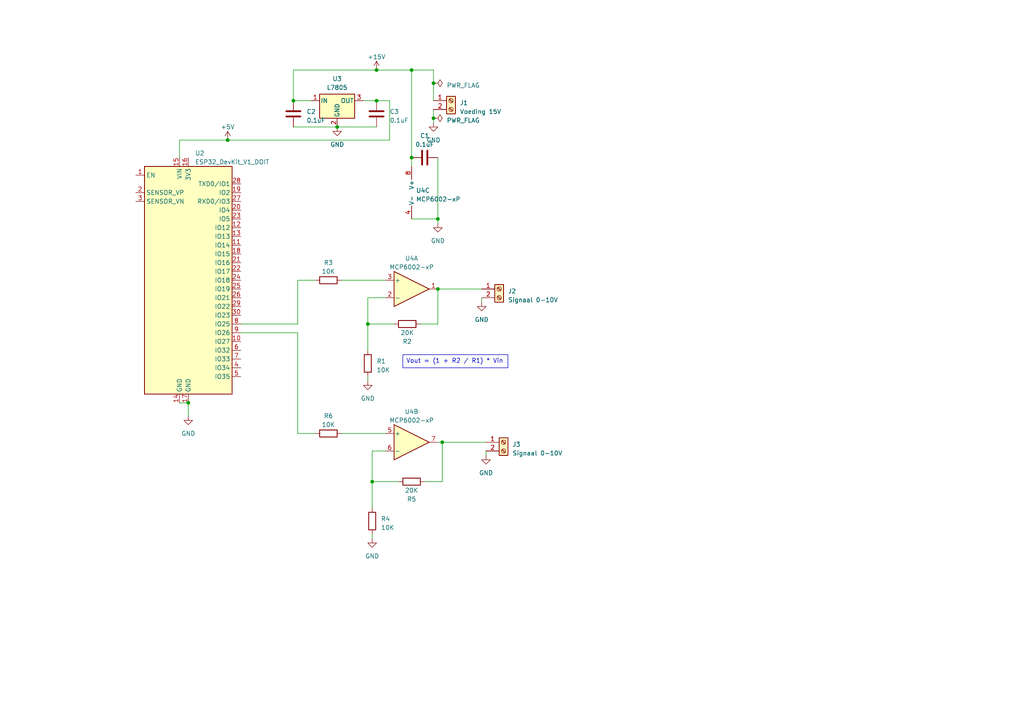
<source format=kicad_sch>
(kicad_sch (version 20230121) (generator eeschema)
  (paper "A4")
  (title_block (title "0-10 volt ESP32") (date "2023-02-24") (rev "0"))
  (lib_symbols
    (symbol "Amplifier_Operational:MCP6002-xP" (pin_names (offset 0.127))
      (property "Reference" "U" (at 0 5.08 0))
      (property "Value" "MCP6002-xP" (at 0 -5.08 0))
      (symbol "MCP6002-xP_1_1"
        (polyline (pts (xy -5.08 5.08) (xy 5.08 0) (xy -5.08 -5.08) (xy -5.08 5.08)) (stroke (width 0.254)) (fill (type background)))
        (pin output line (at 7.62 0 180) (length 2.54) (name "~") (number "1"))
        (pin input line (at -7.62 -2.54 0) (length 2.54) (name "-") (number "2"))
        (pin input line (at -7.62 2.54 0) (length 2.54) (name "+") (number "3"))
      )
      (symbol "MCP6002-xP_2_1"
        (polyline (pts (xy -5.08 5.08) (xy 5.08 0) (xy -5.08 -5.08) (xy -5.08 5.08)) (stroke (width 0.254)) (fill (type background)))
        (pin input line (at -7.62 2.54 0) (length 2.54) (name "+") (number "5"))
        (pin input line (at -7.62 -2.54 0) (length 2.54) (name "-") (number "6"))
        (pin output line (at 7.62 0 180) (length 2.54) (name "~") (number "7"))
      )
      (symbol "MCP6002-xP_3_1"
        (pin power_in line (at -2.54 -7.62 90) (length 3.81) (name "V-") (number "4"))
        (pin power_in line (at -2.54 7.62 270) (length 3.81) (name "V+") (number "8"))
      )
    )
    (symbol "Connector:Screw_Terminal_01x02" (pin_names (offset 1.016) hide)
      (property "Reference" "J" (at 0 2.54 0))
      (property "Value" "Screw_Terminal_01x02" (at 0 -5.08 0))
      (symbol "Screw_Terminal_01x02_1_1"
        (rectangle (start -1.27 1.27) (end 1.27 -3.81) (stroke (width 0.254)) (fill (type background)))
        (circle (center 0 -2.54) (radius 0.635) (stroke (width 0.1524)))
        (polyline (pts (xy -0.5334 -2.2098) (xy 0.3302 -3.048)) (stroke (width 0.1524)))
        (polyline (pts (xy -0.5334 0.3302) (xy 0.3302 -0.508)) (stroke (width 0.1524)))
        (polyline (pts (xy -0.3556 -2.032) (xy 0.508 -2.8702)) (stroke (width 0.1524)))
        (polyline (pts (xy -0.3556 0.508) (xy 0.508 -0.3302)) (stroke (width 0.1524)))
        (circle (center 0 0) (radius 0.635) (stroke (width 0.1524)))
        (pin passive line (at -5.08 0 0) (length 3.81) (name "Pin_1") (number "1"))
        (pin passive line (at -5.08 -2.54 0) (length 3.81) (name "Pin_2") (number "2"))
      )
    )
    (symbol "Device:C" (pin_numbers hide) (pin_names (offset 0.254))
      (property "Reference" "C" (at 0.635 2.54 0))
      (property "Value" "C" (at 0.635 -2.54 0))
      (symbol "C_0_1"
        (polyline (pts (xy -2.032 -0.762) (xy 2.032 -0.762)) (stroke (width 0.508)))
        (polyline (pts (xy -2.032 0.762) (xy 2.032 0.762)) (stroke (width 0.508)))
      )
      (symbol "C_1_1"
        (pin passive line (at 0 3.81 270) (length 2.794) (name "~") (number "1"))
        (pin passive line (at 0 -3.81 90) (length 2.794) (name "~") (number "2"))
      )
    )
    (symbol "Device:R" (pin_numbers hide) (pin_names (offset 0))
      (property "Reference" "R" (at 2.032 0 90))
      (property "Value" "R" (at 0 0 90))
      (symbol "R_0_1"
        (rectangle (start -1.016 -2.54) (end 1.016 2.54) (stroke (width 0.254)))
      )
      (symbol "R_1_1"
        (pin passive line (at 0 3.81 270) (length 1.27) (name "~") (number "1"))
        (pin passive line (at 0 -3.81 90) (length 1.27) (name "~") (number "2"))
      )
    )
    (symbol "ESP32_DevKit_V1_DOIT:ESP32_DevKit_V1_DOIT"
      (property "Reference" "U" (at -11.43 34.29 0))
      (property "Value" "ESP32_DevKit_V1_DOIT" (at 11.43 34.29 0))
      (symbol "ESP32_DevKit_V1_DOIT_1_1"
        (rectangle (start -12.7 33.02) (end 12.7 -33.02) (stroke (width 0.254)) (fill (type background)))
        (pin input line (at -15.24 30.48 0) (length 2.54) (name "EN") (number "1"))
        (pin bidirectional line (at 15.24 -17.78 180) (length 2.54) (name "IO27") (number "10"))
        (pin bidirectional line (at 15.24 10.16 180) (length 2.54) (name "IO14") (number "11"))
        (pin bidirectional line (at 15.24 15.24 180) (length 2.54) (name "IO12") (number "12"))
        (pin bidirectional line (at 15.24 12.7 180) (length 2.54) (name "IO13") (number "13"))
        (pin power_in line (at -2.54 -35.56 90) (length 2.54) (name "GND") (number "14"))
        (pin power_in line (at -2.54 35.56 270) (length 2.54) (name "VIN") (number "15"))
        (pin power_in line (at 0 35.56 270) (length 2.54) (name "3V3") (number "16"))
        (pin power_in line (at 0 -35.56 90) (length 2.54) (name "GND") (number "17"))
        (pin bidirectional line (at 15.24 7.62 180) (length 2.54) (name "IO15") (number "18"))
        (pin bidirectional line (at 15.24 25.4 180) (length 2.54) (name "IO2") (number "19"))
        (pin input line (at -15.24 25.4 0) (length 2.54) (name "SENSOR_VP") (number "2"))
        (pin bidirectional line (at 15.24 20.32 180) (length 2.54) (name "IO4") (number "20"))
        (pin bidirectional line (at 15.24 5.08 180) (length 2.54) (name "IO16") (number "21"))
        (pin bidirectional line (at 15.24 2.54 180) (length 2.54) (name "IO17") (number "22"))
        (pin bidirectional line (at 15.24 17.78 180) (length 2.54) (name "IO5") (number "23"))
        (pin bidirectional line (at 15.24 0 180) (length 2.54) (name "IO18") (number "24"))
        (pin bidirectional line (at 15.24 -2.54 180) (length 2.54) (name "IO19") (number "25"))
        (pin bidirectional line (at 15.24 -5.08 180) (length 2.54) (name "IO21") (number "26"))
        (pin bidirectional line (at 15.24 22.86 180) (length 2.54) (name "RXD0/IO3") (number "27"))
        (pin bidirectional line (at 15.24 27.94 180) (length 2.54) (name "TXD0/IO1") (number "28"))
        (pin bidirectional line (at 15.24 -7.62 180) (length 2.54) (name "IO22") (number "29"))
        (pin input line (at -15.24 22.86 0) (length 2.54) (name "SENSOR_VN") (number "3"))
        (pin bidirectional line (at 15.24 -10.16 180) (length 2.54) (name "IO23") (number "30"))
        (pin input line (at 15.24 -25.4 180) (length 2.54) (name "IO34") (number "4"))
        (pin input line (at 15.24 -27.94 180) (length 2.54) (name "IO35") (number "5"))
        (pin bidirectional line (at 15.24 -20.32 180) (length 2.54) (name "IO32") (number "6"))
        (pin bidirectional line (at 15.24 -22.86 180) (length 2.54) (name "IO33") (number "7"))
        (pin bidirectional line (at 15.24 -12.7 180) (length 2.54) (name "IO25") (number "8"))
        (pin bidirectional line (at 15.24 -15.24 180) (length 2.54) (name "IO26") (number "9"))
      )
    )
    (symbol "Regulator_Linear:L7805" (pin_names (offset 0.254))
      (property "Reference" "U" (at -3.81 3.175 0))
      (property "Value" "L7805" (at 0 3.175 0))
      (symbol "L7805_0_1"
        (rectangle (start -5.08 1.905) (end 5.08 -5.08) (stroke (width 0.254)) (fill (type background)))
      )
      (symbol "L7805_1_1"
        (pin power_in line (at -7.62 0 0) (length 2.54) (name "IN") (number "1"))
        (pin power_in line (at 0 -7.62 90) (length 2.54) (name "GND") (number "2"))
        (pin power_out line (at 7.62 0 180) (length 2.54) (name "OUT") (number "3"))
      )
    )
    (symbol "power:+15V" (power) (pin_names (offset 0))
      (property "Value" "+15V" (at 0 3.556 0))
      (symbol "+15V_0_1"
        (polyline (pts (xy -0.762 1.27) (xy 0 2.54)))
        (polyline (pts (xy 0 0) (xy 0 2.54)))
        (polyline (pts (xy 0 2.54) (xy 0.762 1.27)))
      )
      (symbol "+15V_1_1"
        (pin power_in line (at 0 0 90) (length 0) hide (name "+15V") (number "1"))
      )
    )
    (symbol "power:+5V" (power) (pin_names (offset 0))
      (property "Value" "+5V" (at 0 3.556 0))
      (symbol "+5V_0_1"
        (polyline (pts (xy -0.762 1.27) (xy 0 2.54)))
        (polyline (pts (xy 0 0) (xy 0 2.54)))
        (polyline (pts (xy 0 2.54) (xy 0.762 1.27)))
      )
      (symbol "+5V_1_1"
        (pin power_in line (at 0 0 90) (length 0) hide (name "+5V") (number "1"))
      )
    )
    (symbol "power:GND" (power) (pin_names (offset 0))
      (property "Value" "GND" (at 0 -3.81 0))
      (symbol "GND_0_1"
        (polyline (pts (xy 0 0) (xy 0 -1.27) (xy 1.27 -1.27) (xy 0 -2.54) (xy -1.27 -1.27) (xy 0 -1.27)))
      )
      (symbol "GND_1_1"
        (pin power_in line (at 0 0 270) (length 0) hide (name "GND") (number "1"))
      )
    )
    (symbol "power:PWR_FLAG" (power) (pin_numbers hide) (pin_names (offset 0) hide)
      (property "Value" "PWR_FLAG" (at 0 3.81 0))
      (symbol "PWR_FLAG_0_0"
        (pin power_out line (at 0 0 90) (length 0) (name "pwr") (number "1"))
      )
      (symbol "PWR_FLAG_0_1"
        (polyline (pts (xy 0 0) (xy 0 1.27) (xy -1.016 1.905) (xy 0 2.54) (xy 1.016 1.905) (xy 0 1.27)))
      )
    )
  )
  (junction (at 127 63.5))
  (junction (at 106.68 93.98))
  (junction (at 85.09 29.21))
  (junction (at 109.22 29.21))
  (junction (at 66.04 40.64))
  (junction (at 119.38 20.32))
  (junction (at 109.22 20.32))
  (junction (at 54.61 116.84))
  (junction (at 128.27 128.27))
  (junction (at 125.73 24.13))
  (junction (at 107.95 139.7))
  (junction (at 119.38 45.72))
  (junction (at 125.73 34.29))
  (junction (at 127 83.82))
  (junction (at 97.79 36.83))
  (wire (pts (xy 107.95 147.32) (xy 107.95 139.7)))
  (wire (pts (xy 140.97 130.81) (xy 140.97 132.08)))
  (wire (pts (xy 123.19 139.7) (xy 128.27 139.7)))
  (wire (pts (xy 85.09 29.21) (xy 85.09 20.32)))
  (wire (pts (xy 140.97 128.27) (xy 128.27 128.27)))
  (wire (pts (xy 111.76 130.81) (xy 107.95 130.81)))
  (wire (pts (xy 106.68 110.49) (xy 106.68 109.22)))
  (wire (pts (xy 99.06 125.73) (xy 111.76 125.73)))
  (wire (pts (xy 127 63.5) (xy 127 45.72)))
  (wire (pts (xy 106.68 101.6) (xy 106.68 93.98)))
  (wire (pts (xy 127 64.77) (xy 127 63.5)))
  (wire (pts (xy 106.68 86.36) (xy 106.68 93.98)))
  (wire (pts (xy 69.85 93.98) (xy 86.36 93.98)))
  (wire (pts (xy 86.36 96.52) (xy 86.36 125.73)))
  (wire (pts (xy 69.85 96.52) (xy 86.36 96.52)))
  (wire (pts (xy 128.27 128.27) (xy 128.27 139.7)))
  (wire (pts (xy 125.73 20.32) (xy 125.73 24.13)))
  (wire (pts (xy 119.38 45.72) (xy 119.38 48.26)))
  (wire (pts (xy 114.3 93.98) (xy 106.68 93.98)))
  (wire (pts (xy 52.07 40.64) (xy 52.07 45.72)))
  (wire (pts (xy 125.73 35.56) (xy 125.73 34.29)))
  (wire (pts (xy 127 93.98) (xy 127 83.82)))
  (wire (pts (xy 127 83.82) (xy 139.7 83.82)))
  (wire (pts (xy 125.73 34.29) (xy 125.73 31.75)))
  (wire (pts (xy 97.79 36.83) (xy 109.22 36.83)))
  (wire (pts (xy 119.38 20.32) (xy 119.38 45.72)))
  (wire (pts (xy 107.95 130.81) (xy 107.95 139.7)))
  (wire (pts (xy 119.38 63.5) (xy 127 63.5)))
  (wire (pts (xy 111.76 86.36) (xy 106.68 86.36)))
  (wire (pts (xy 127 128.27) (xy 128.27 128.27)))
  (wire (pts (xy 99.06 81.28) (xy 111.76 81.28)))
  (wire (pts (xy 119.38 20.32) (xy 125.73 20.32)))
  (wire (pts (xy 86.36 125.73) (xy 91.44 125.73)))
  (wire (pts (xy 109.22 29.21) (xy 105.41 29.21)))
  (wire (pts (xy 107.95 156.21) (xy 107.95 154.94)))
  (wire (pts (xy 86.36 93.98) (xy 86.36 81.28)))
  (wire (pts (xy 125.73 24.13) (xy 125.73 29.21)))
  (wire (pts (xy 113.03 40.64) (xy 66.04 40.64)))
  (wire (pts (xy 52.07 116.84) (xy 54.61 116.84)))
  (wire (pts (xy 121.92 93.98) (xy 127 93.98)))
  (wire (pts (xy 66.04 40.64) (xy 52.07 40.64)))
  (wire (pts (xy 115.57 139.7) (xy 107.95 139.7)))
  (wire (pts (xy 113.03 29.21) (xy 109.22 29.21)))
  (wire (pts (xy 86.36 81.28) (xy 91.44 81.28)))
  (wire (pts (xy 54.61 116.84) (xy 54.61 120.65)))
  (wire (pts (xy 85.09 36.83) (xy 97.79 36.83)))
  (wire (pts (xy 109.22 20.32) (xy 119.38 20.32)))
  (wire (pts (xy 113.03 29.21) (xy 113.03 40.64)))
  (wire (pts (xy 85.09 20.32) (xy 109.22 20.32)))
  (wire (pts (xy 139.7 86.36) (xy 139.7 87.63)))
  (wire (pts (xy 85.09 29.21) (xy 90.17 29.21)))
  (text_box "Vout = (1 + R2 / R1) * Vin" (at 116.84 102.87 0) (size 30.48 3.81) (effects (font (size 1.27 1.27)) (justify left top)))
  (symbol (lib_id "Amplifier_Operational:MCP6002-xP") (at 119.38 128.27 0) (unit 2)
    (property "Reference" "U4" (at 119.38 119.38 0))
    (property "Value" "MCP6002-xP" (at 119.38 121.92 0))
    (property "Footprint" "Package_DIP:DIP-8_W7.62mm" (effects hide))
    (property "Datasheet" "http://ww1.microchip.com/downloads/en/DeviceDoc/21733j.pdf" (effects hide))
  )
  (symbol (lib_id "power:GND") (at 127 64.77 0) (unit 1)
    (property "Reference" "#PWR07" (effects hide))
    (property "Value" "GND" (at 127 69.85 0))
  )
  (symbol (lib_id "power:+5V") (at 66.04 40.64 0) (unit 1)
    (property "Reference" "#PWR010" (effects hide))
    (property "Value" "+5V" (at 66.04 36.83 0))
  )
  (symbol (lib_id "Device:R") (at 95.25 125.73 90) (unit 1)
    (property "Reference" "R6" (at 95.25 120.65 90))
    (property "Value" "10K" (at 95.25 123.19 90))
    (property "Footprint" "Resistor_THT:R_Axial_DIN0207_L6.3mm_D2.5mm_P10.16mm_Horizontal" (effects hide))
  )
  (symbol (lib_id "Device:C") (at 123.19 45.72 90) (unit 1)
    (property "Reference" "C1" (at 123.19 39.37 90))
    (property "Value" "0.1uF" (at 123.19 41.91 90))
    (property "Footprint" "Capacitor_THT:C_Disc_D4.7mm_W2.5mm_P5.00mm" (effects hide))
  )
  (symbol (lib_id "Device:C") (at 85.09 33.02 0) (unit 1)
    (property "Reference" "C2" (at 88.9 32.385 0) (effects (justify left)))
    (property "Value" "0.1uF" (at 88.9 34.925 0) (effects (justify left)))
    (property "Footprint" "Capacitor_THT:C_Disc_D4.7mm_W2.5mm_P5.00mm" (effects hide))
  )
  (symbol (lib_id "Connector:Screw_Terminal_01x02") (at 144.78 83.82 0) (unit 1)
    (property "Reference" "J2" (at 147.32 84.455 0) (effects (justify left)))
    (property "Value" "Signaal 0-10V" (at 147.32 86.995 0) (effects (justify left)))
    (property "Footprint" "TerminalBlock_RND:TerminalBlock_RND_205-00001_1x02_P5.00mm_Horizontal" (effects hide))
  )
  (symbol (lib_id "ESP32_DevKit_V1_DOIT:ESP32_DevKit_V1_DOIT") (at 54.61 81.28 0) (unit 1)
    (property "Reference" "U2" (at 56.5659 44.45 0) (effects (justify left)))
    (property "Value" "ESP32_DevKit_V1_DOIT" (at 56.5659 46.99 0) (effects (justify left)))
    (property "Footprint" "ESP32_DevKit_V1_DOIT:esp32_devkit_v1_doit" (effects hide))
    (property "Datasheet" "https://aliexpress.com/item/32864722159.html" (effects hide))
  )
  (symbol (lib_id "Device:R") (at 106.68 105.41 0) (unit 1)
    (property "Reference" "R1" (at 109.22 104.775 0) (effects (justify left)))
    (property "Value" "10K" (at 109.22 107.315 0) (effects (justify left)))
    (property "Footprint" "Resistor_THT:R_Axial_DIN0207_L6.3mm_D2.5mm_P10.16mm_Horizontal" (effects hide))
  )
  (symbol (lib_id "Device:R") (at 95.25 81.28 90) (unit 1)
    (property "Reference" "R3" (at 95.25 76.2 90))
    (property "Value" "10K" (at 95.25 78.74 90))
    (property "Footprint" "Resistor_THT:R_Axial_DIN0207_L6.3mm_D2.5mm_P10.16mm_Horizontal" (effects hide))
  )
  (symbol (lib_id "power:GND") (at 125.73 35.56 0) (unit 1)
    (property "Reference" "#PWR01" (effects hide))
    (property "Value" "GND" (at 125.73 40.64 0))
  )
  (symbol (lib_id "power:GND") (at 97.79 36.83 0) (unit 1)
    (property "Reference" "#PWR05" (effects hide))
    (property "Value" "GND" (at 97.79 41.91 0))
  )
  (symbol (lib_id "Regulator_Linear:L7805") (at 97.79 29.21 0) (unit 1)
    (property "Reference" "U3" (at 97.79 22.86 0))
    (property "Value" "L7805" (at 97.79 25.4 0))
    (property "Footprint" "Package_TO_SOT_THT:TO-220F-3_Horizontal_TabDown" (effects hide))
    (property "Datasheet" "http://www.st.com/content/ccc/resource/technical/document/datasheet/41/4f/b3/b0/12/d4/47/88/CD00000444.pdf/files/CD00000444.pdf/jcr:content/translations/en.CD00000444.pdf" (effects hide))
  )
  (symbol (lib_id "power:GND") (at 106.68 110.49 0) (unit 1)
    (property "Reference" "#PWR04" (effects hide))
    (property "Value" "GND" (at 106.68 115.57 0))
  )
  (symbol (lib_id "power:GND") (at 54.61 120.65 0) (unit 1)
    (property "Reference" "#PWR03" (effects hide))
    (property "Value" "GND" (at 54.61 125.73 0))
  )
  (symbol (lib_id "power:GND") (at 107.95 156.21 0) (unit 1)
    (property "Reference" "#PWR08" (effects hide))
    (property "Value" "GND" (at 107.95 161.29 0))
  )
  (symbol (lib_id "Device:C") (at 109.22 33.02 0) (unit 1)
    (property "Reference" "C3" (at 113.03 32.385 0) (effects (justify left)))
    (property "Value" "0.1uF" (at 113.03 34.925 0) (effects (justify left)))
    (property "Footprint" "Capacitor_THT:C_Disc_D4.7mm_W2.5mm_P5.00mm" (effects hide))
  )
  (symbol (lib_id "power:PWR_FLAG") (at 125.73 34.29 270) (unit 1)
    (property "Reference" "#FLG02" (effects hide))
    (property "Value" "PWR_FLAG" (at 129.54 34.925 90) (effects (justify left)))
  )
  (symbol (lib_id "Amplifier_Operational:MCP6002-xP") (at 121.92 55.88 0) (unit 3)
    (property "Reference" "U4" (at 120.65 55.245 0) (effects (justify left)))
    (property "Value" "MCP6002-xP" (at 120.65 57.785 0) (effects (justify left)))
    (property "Footprint" "Package_DIP:DIP-8_W7.62mm" (effects hide))
    (property "Datasheet" "http://ww1.microchip.com/downloads/en/DeviceDoc/21733j.pdf" (effects hide))
  )
  (symbol (lib_id "Amplifier_Operational:MCP6002-xP") (at 119.38 83.82 0) (unit 1)
    (property "Reference" "U4" (at 119.38 74.93 0))
    (property "Value" "MCP6002-xP" (at 119.38 77.47 0))
    (property "Footprint" "Package_DIP:DIP-8_W7.62mm" (effects hide))
    (property "Datasheet" "http://ww1.microchip.com/downloads/en/DeviceDoc/21733j.pdf" (effects hide))
  )
  (symbol (lib_id "Device:R") (at 107.95 151.13 0) (unit 1)
    (property "Reference" "R4" (at 110.49 150.495 0) (effects (justify left)))
    (property "Value" "10K" (at 110.49 153.035 0) (effects (justify left)))
    (property "Footprint" "Resistor_THT:R_Axial_DIN0207_L6.3mm_D2.5mm_P10.16mm_Horizontal" (effects hide))
  )
  (symbol (lib_id "power:+15V") (at 109.22 20.32 0) (unit 1)
    (property "Reference" "#PWR09" (effects hide))
    (property "Value" "+15V" (at 109.22 16.51 0))
  )
  (symbol (lib_id "power:PWR_FLAG") (at 125.73 24.13 270) (unit 1)
    (property "Reference" "#FLG01" (effects hide))
    (property "Value" "PWR_FLAG" (at 129.54 24.765 90) (effects (justify left)))
  )
  (symbol (lib_id "Connector:Screw_Terminal_01x02") (at 146.05 128.27 0) (unit 1)
    (property "Reference" "J3" (at 148.59 128.905 0) (effects (justify left)))
    (property "Value" "Signaal 0-10V" (at 148.59 131.445 0) (effects (justify left)))
    (property "Footprint" "TerminalBlock_RND:TerminalBlock_RND_205-00001_1x02_P5.00mm_Horizontal" (effects hide))
  )
  (symbol (lib_id "Device:R") (at 119.38 139.7 270) (unit 1)
    (property "Reference" "R5" (at 119.38 144.78 90))
    (property "Value" "20K" (at 119.38 142.24 90))
    (property "Footprint" "Resistor_THT:R_Axial_DIN0207_L6.3mm_D2.5mm_P10.16mm_Horizontal" (effects hide))
  )
  (symbol (lib_id "Device:R") (at 118.11 93.98 270) (unit 1)
    (property "Reference" "R2" (at 118.11 99.06 90))
    (property "Value" "20K" (at 118.11 96.52 90))
    (property "Footprint" "Resistor_THT:R_Axial_DIN0207_L6.3mm_D2.5mm_P10.16mm_Horizontal" (effects hide))
  )
  (symbol (lib_id "power:GND") (at 140.97 132.08 0) (unit 1)
    (property "Reference" "#PWR06" (effects hide))
    (property "Value" "GND" (at 140.97 137.16 0))
  )
  (symbol (lib_id "power:GND") (at 139.7 87.63 0) (unit 1)
    (property "Reference" "#PWR02" (effects hide))
    (property "Value" "GND" (at 139.7 92.71 0))
  )
  (symbol (lib_id "Connector:Screw_Terminal_01x02") (at 130.81 29.21 0) (unit 1)
    (property "Reference" "J1" (at 133.35 29.845 0) (effects (justify left)))
    (property "Value" "Voeding 15V" (at 133.35 32.385 0) (effects (justify left)))
    (property "Footprint" "TerminalBlock_RND:TerminalBlock_RND_205-00001_1x02_P5.00mm_Horizontal" (effects hide))
  )
)
</source>
